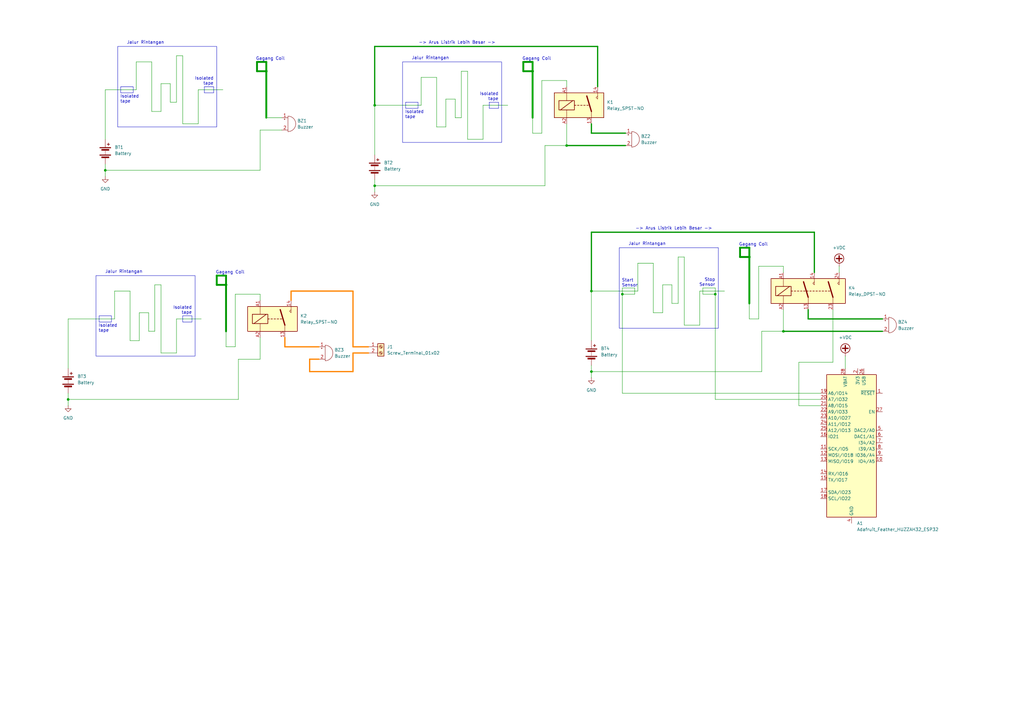
<source format=kicad_sch>
(kicad_sch (version 20231120) (generator "eeschema") (generator_version "8.0")
  (paper "A3")
  (lib_symbols
    (symbol "Connector:Screw_Terminal_01x02" (pin_names (offset 1.016) hide)
      (property "Reference" "J" (at 0 2.54 0))
      (property "Value" "Screw_Terminal_01x02" (at 0 -5.08 0))
      (symbol "Screw_Terminal_01x02_1_1"
        (rectangle (start -1.27 1.27) (end 1.27 -3.81) (stroke (width 0.254)) (fill (type background)))
        (circle (center 0 -2.54) (radius 0.635) (stroke (width 0.1524)))
        (polyline (pts (xy -0.5334 -2.2098) (xy 0.3302 -3.048)) (stroke (width 0.1524)))
        (polyline (pts (xy -0.5334 0.3302) (xy 0.3302 -0.508)) (stroke (width 0.1524)))
        (polyline (pts (xy -0.3556 -2.032) (xy 0.508 -2.8702)) (stroke (width 0.1524)))
        (polyline (pts (xy -0.3556 0.508) (xy 0.508 -0.3302)) (stroke (width 0.1524)))
        (circle (center 0 0) (radius 0.635) (stroke (width 0.1524)))
        (pin passive line (at -5.08 0 0) (length 3.81) (name "Pin_1") (number "1"))
        (pin passive line (at -5.08 -2.54 0) (length 3.81) (name "Pin_2") (number "2"))
      )
    )
    (symbol "Device:Battery" (pin_numbers hide) (pin_names (offset 0) hide)
      (property "Reference" "BT" (at 2.54 2.54 0))
      (property "Value" "Battery" (at 2.54 0 0))
      (symbol "Battery_0_1"
        (rectangle (start -2.286 -1.27) (end 2.286 -1.524) (fill (type outline)))
        (rectangle (start -2.286 1.778) (end 2.286 1.524) (fill (type outline)))
        (rectangle (start -1.524 -2.032) (end 1.524 -2.54) (fill (type outline)))
        (rectangle (start -1.524 1.016) (end 1.524 0.508) (fill (type outline)))
        (polyline (pts (xy 0 -1.016) (xy 0 -0.762)))
        (polyline (pts (xy 0 -0.508) (xy 0 -0.254)))
        (polyline (pts (xy 0 0) (xy 0 0.254)))
        (polyline (pts (xy 0 1.778) (xy 0 2.54)))
        (polyline (pts (xy 0.762 3.048) (xy 1.778 3.048)) (stroke (width 0.254)))
        (polyline (pts (xy 1.27 3.556) (xy 1.27 2.54)) (stroke (width 0.254)))
      )
      (symbol "Battery_1_1"
        (pin passive line (at 0 5.08 270) (length 2.54) (name "+") (number "1"))
        (pin passive line (at 0 -5.08 90) (length 2.54) (name "-") (number "2"))
      )
    )
    (symbol "Device:Buzzer" (pin_names (offset 0.0254) hide)
      (property "Reference" "BZ" (at 3.81 1.27 0))
      (property "Value" "Buzzer" (at 3.81 -1.27 0))
      (symbol "Buzzer_0_1"
        (arc (start 0 -3.175) (mid 3.1612 0) (end 0 3.175))
        (polyline (pts (xy -1.651 1.905) (xy -1.143 1.905)))
        (polyline (pts (xy -1.397 2.159) (xy -1.397 1.651)))
        (polyline (pts (xy 0 3.175) (xy 0 -3.175)))
      )
      (symbol "Buzzer_1_1"
        (pin passive line (at -2.54 2.54 0) (length 2.54) (name "+") (number "1"))
        (pin passive line (at -2.54 -2.54 0) (length 2.54) (name "-") (number "2"))
      )
    )
    (symbol "MCU_Module:Adafruit_Feather_HUZZAH32_ESP32"
      (property "Reference" "A" (at -10.16 29.21 0))
      (property "Value" "Adafruit_Feather_HUZZAH32_ESP32" (at 2.54 -31.75 0))
      (symbol "Adafruit_Feather_HUZZAH32_ESP32_0_1"
        (rectangle (start -10.16 27.94) (end 10.16 -30.48) (stroke (width 0.254)) (fill (type background)))
      )
      (symbol "Adafruit_Feather_HUZZAH32_ESP32_1_1"
        (pin input line (at 12.7 20.32 180) (length 2.54) (name "~{RESET}") (number "1"))
        (pin bidirectional line (at 12.7 -7.62 180) (length 2.54) (name "IO4/A5") (number "10"))
        (pin bidirectional line (at -12.7 -2.54 0) (length 2.54) (name "SCK/IO5") (number "11"))
        (pin bidirectional line (at -12.7 -5.08 0) (length 2.54) (name "MOSI/IO18") (number "12"))
        (pin bidirectional line (at -12.7 -7.62 0) (length 2.54) (name "MISO/IO19") (number "13"))
        (pin bidirectional line (at -12.7 -12.7 0) (length 2.54) (name "RX/IO16") (number "14"))
        (pin bidirectional line (at -12.7 -15.24 0) (length 2.54) (name "TX/IO17") (number "15"))
        (pin bidirectional line (at -12.7 2.54 0) (length 2.54) (name "IO21") (number "16"))
        (pin bidirectional line (at -12.7 -20.32 0) (length 2.54) (name "SDA/IO23") (number "17"))
        (pin bidirectional line (at -12.7 -22.86 0) (length 2.54) (name "SCL/IO22") (number "18"))
        (pin bidirectional line (at -12.7 20.32 0) (length 2.54) (name "A6/IO14") (number "19"))
        (pin power_in line (at 2.54 30.48 270) (length 2.54) (name "3V3") (number "2"))
        (pin bidirectional line (at -12.7 17.78 0) (length 2.54) (name "A7/IO32") (number "20"))
        (pin bidirectional line (at -12.7 15.24 0) (length 2.54) (name "A8/IO15") (number "21"))
        (pin bidirectional line (at -12.7 12.7 0) (length 2.54) (name "A9/IO33") (number "22"))
        (pin bidirectional line (at -12.7 10.16 0) (length 2.54) (name "A10/IO27") (number "23"))
        (pin bidirectional line (at -12.7 7.62 0) (length 2.54) (name "A11/IO12") (number "24"))
        (pin bidirectional line (at -12.7 5.08 0) (length 2.54) (name "A12/IO13") (number "25"))
        (pin power_in line (at 5.08 30.48 270) (length 2.54) (name "USB") (number "26"))
        (pin input line (at 12.7 12.7 180) (length 2.54) (name "EN") (number "27"))
        (pin power_in line (at -2.54 30.48 270) (length 2.54) (name "VBAT") (number "28"))
        (pin no_connect line (at 10.16 10.16 180) (length 2.54) hide (name "NC") (number "3"))
        (pin power_in line (at 0 -33.02 90) (length 2.54) (name "GND") (number "4"))
        (pin bidirectional line (at 12.7 5.08 180) (length 2.54) (name "DAC2/A0") (number "5"))
        (pin bidirectional line (at 12.7 2.54 180) (length 2.54) (name "DAC1/A1") (number "6"))
        (pin bidirectional line (at 12.7 0 180) (length 2.54) (name "I34/A2") (number "7"))
        (pin bidirectional line (at 12.7 -2.54 180) (length 2.54) (name "I39/A3") (number "8"))
        (pin bidirectional line (at 12.7 -5.08 180) (length 2.54) (name "IO36/A4") (number "9"))
      )
    )
    (symbol "Relay:Relay_DPST-NO"
      (property "Reference" "K" (at 16.51 3.81 0))
      (property "Value" "Relay_DPST-NO" (at 16.51 1.27 0))
      (symbol "Relay_DPST-NO_0_1"
        (rectangle (start -15.24 5.08) (end 15.24 -5.08) (stroke (width 0.254)) (fill (type background)))
        (rectangle (start -13.335 1.905) (end -6.985 -1.905) (stroke (width 0.254)))
        (polyline (pts (xy -12.7 -1.905) (xy -7.62 1.905)) (stroke (width 0.254)))
        (polyline (pts (xy -10.16 -5.08) (xy -10.16 -1.905)))
        (polyline (pts (xy -10.16 5.08) (xy -10.16 1.905)))
        (polyline (pts (xy -6.985 0) (xy -6.35 0)) (stroke (width 0.254)))
        (polyline (pts (xy -5.715 0) (xy -5.08 0)) (stroke (width 0.254)))
        (polyline (pts (xy -4.445 0) (xy -3.81 0)) (stroke (width 0.254)))
        (polyline (pts (xy -3.175 0) (xy -2.54 0)) (stroke (width 0.254)))
        (polyline (pts (xy -1.905 0) (xy -1.27 0)) (stroke (width 0.254)))
        (polyline (pts (xy -0.635 0) (xy 0 0)) (stroke (width 0.254)))
        (polyline (pts (xy 0 -2.54) (xy -1.905 3.81)) (stroke (width 0.508)))
        (polyline (pts (xy 0 -2.54) (xy 0 -5.08)))
        (polyline (pts (xy 0.635 0) (xy 1.27 0)) (stroke (width 0.254)))
        (polyline (pts (xy 1.905 0) (xy 2.54 0)) (stroke (width 0.254)))
        (polyline (pts (xy 3.175 0) (xy 3.81 0)) (stroke (width 0.254)))
        (polyline (pts (xy 4.445 0) (xy 5.08 0)) (stroke (width 0.254)))
        (polyline (pts (xy 5.715 0) (xy 6.35 0)) (stroke (width 0.254)))
        (polyline (pts (xy 6.985 0) (xy 7.62 0)) (stroke (width 0.254)))
        (polyline (pts (xy 8.255 0) (xy 8.89 0)) (stroke (width 0.254)))
        (polyline (pts (xy 10.16 -2.54) (xy 8.255 3.81)) (stroke (width 0.508)))
        (polyline (pts (xy 10.16 -2.54) (xy 10.16 -5.08)))
        (polyline (pts (xy 2.54 5.08) (xy 2.54 2.54) (xy 1.905 3.175) (xy 2.54 3.81)))
        (polyline (pts (xy 12.7 5.08) (xy 12.7 2.54) (xy 12.065 3.175) (xy 12.7 3.81)))
      )
      (symbol "Relay_DPST-NO_1_1"
        (pin passive line (at 0 -7.62 90) (length 2.54) (name "~") (number "13"))
        (pin passive line (at 2.54 7.62 270) (length 2.54) (name "~") (number "14"))
        (pin passive line (at 10.16 -7.62 90) (length 2.54) (name "~") (number "23"))
        (pin passive line (at 12.7 7.62 270) (length 2.54) (name "~") (number "24"))
        (pin passive line (at -10.16 7.62 270) (length 2.54) (name "~") (number "A1"))
        (pin passive line (at -10.16 -7.62 90) (length 2.54) (name "~") (number "A2"))
      )
    )
    (symbol "Relay:Relay_SPST-NO"
      (property "Reference" "K" (at 11.43 3.81 0))
      (property "Value" "Relay_SPST-NO" (at 11.43 1.27 0))
      (symbol "Relay_SPST-NO_0_0"
        (polyline (pts (xy 7.62 5.08) (xy 7.62 2.54) (xy 6.985 3.175) (xy 7.62 3.81)))
      )
      (symbol "Relay_SPST-NO_0_1"
        (rectangle (start -10.16 5.08) (end 10.16 -5.08) (stroke (width 0.254)) (fill (type background)))
        (rectangle (start -8.255 1.905) (end -1.905 -1.905) (stroke (width 0.254)))
        (polyline (pts (xy -7.62 -1.905) (xy -2.54 1.905)) (stroke (width 0.254)))
        (polyline (pts (xy -5.08 -5.08) (xy -5.08 -1.905)))
        (polyline (pts (xy -5.08 5.08) (xy -5.08 1.905)))
        (polyline (pts (xy -1.905 0) (xy -1.27 0)) (stroke (width 0.254)))
        (polyline (pts (xy -0.635 0) (xy 0 0)) (stroke (width 0.254)))
        (polyline (pts (xy 0.635 0) (xy 1.27 0)) (stroke (width 0.254)))
        (polyline (pts (xy 1.905 0) (xy 2.54 0)) (stroke (width 0.254)))
        (polyline (pts (xy 3.175 0) (xy 3.81 0)) (stroke (width 0.254)))
        (polyline (pts (xy 5.08 -2.54) (xy 3.175 3.81)) (stroke (width 0.508)))
        (polyline (pts (xy 5.08 -2.54) (xy 5.08 -5.08)))
      )
      (symbol "Relay_SPST-NO_1_1"
        (pin passive line (at 5.08 -7.62 90) (length 2.54) (name "~") (number "13"))
        (pin passive line (at 7.62 7.62 270) (length 2.54) (name "~") (number "14"))
        (pin passive line (at -5.08 7.62 270) (length 2.54) (name "~") (number "A1"))
        (pin passive line (at -5.08 -7.62 90) (length 2.54) (name "~") (number "A2"))
      )
    )
    (symbol "power:+VDC" (power) (pin_numbers hide) (pin_names (offset 0) hide)
      (property "Value" "+VDC" (at 0 6.35 0))
      (symbol "+VDC_0_1"
        (polyline (pts (xy -1.143 3.175) (xy 1.143 3.175)) (stroke (width 0.508)))
        (polyline (pts (xy 0 0) (xy 0 1.27)))
        (polyline (pts (xy 0 2.032) (xy 0 4.318)) (stroke (width 0.508)))
        (circle (center 0 3.175) (radius 1.905) (stroke (width 0.254)))
      )
      (symbol "+VDC_1_1"
        (pin power_in line (at 0 0 90) (length 0) (name "~") (number "1"))
      )
    )
    (symbol "power:GND" (power) (pin_numbers hide) (pin_names (offset 0) hide)
      (property "Value" "GND" (at 0 -3.81 0))
      (symbol "GND_0_1"
        (polyline (pts (xy 0 0) (xy 0 -1.27) (xy 1.27 -1.27) (xy 0 -2.54) (xy -1.27 -1.27) (xy 0 -1.27)))
      )
      (symbol "GND_1_1"
        (pin power_in line (at 0 0 270) (length 0) (name "~") (number "1"))
      )
    )
  )
  (junction (at 307.34 105.41))
  (junction (at 153.67 76.2))
  (junction (at 218.44 29.21))
  (junction (at 293.37 120.65))
  (junction (at 27.94 163.83))
  (junction (at 321.31 135.89))
  (junction (at 242.57 119.38))
  (junction (at 242.57 152.4))
  (junction (at 232.41 59.69))
  (junction (at 43.18 69.85))
  (junction (at 255.27 120.65))
  (junction (at 109.22 29.21))
  (junction (at 92.71 116.84))
  (junction (at 153.67 43.18))
  (wire (pts (xy 116.84 142.24) (xy 130.81 142.24)) (stroke (width 0.508) (color 255 132 0 1)))
  (wire (pts (xy 74.93 22.86) (xy 74.93 50.8)))
  (wire (pts (xy 242.57 119.38) (xy 261.62 119.38)))
  (wire (pts (xy 218.44 25.4) (xy 214.63 25.4)) (stroke (width 0.762)))
  (wire (pts (xy 62.23 25.4) (xy 62.23 45.72)))
  (wire (pts (xy 69.85 34.29) (xy 69.85 41.91)))
  (wire (pts (xy 106.68 147.32) (xy 97.79 147.32)))
  (wire (pts (xy 331.47 127) (xy 331.47 130.81)) (stroke (width 0.508)))
  (wire (pts (xy 189.23 48.26) (xy 189.23 29.21)))
  (wire (pts (xy 321.31 111.76) (xy 321.31 109.22)))
  (wire (pts (xy 189.23 29.21) (xy 191.77 29.21)))
  (wire (pts (xy 153.67 63.5) (xy 153.67 43.18)))
  (wire (pts (xy 242.57 152.4) (xy 242.57 154.94)))
  (wire (pts (xy 60.96 135.89) (xy 63.5 135.89)))
  (wire (pts (xy 312.42 135.89) (xy 312.42 152.4)))
  (wire (pts (xy 115.57 53.34) (xy 106.68 53.34)))
  (wire (pts (xy 214.63 25.4) (xy 214.63 29.21)) (stroke (width 0.762)))
  (wire (pts (xy 260.35 120.65) (xy 255.27 120.65)))
  (wire (pts (xy 92.71 135.89) (xy 92.71 142.24)))
  (wire (pts (xy 311.15 109.22) (xy 311.15 130.81)))
  (wire (pts (xy 341.63 148.59) (xy 327.66 148.59)))
  (wire (pts (xy 97.79 147.32) (xy 97.79 163.83)))
  (wire (pts (xy 53.34 139.7) (xy 57.15 139.7)))
  (wire (pts (xy 27.94 161.29) (xy 27.94 163.83)))
  (wire (pts (xy 303.53 101.6) (xy 303.53 105.41)) (stroke (width 0.762)))
  (wire (pts (xy 293.37 118.11) (xy 288.29 118.11)))
  (wire (pts (xy 66.04 144.78) (xy 72.39 144.78)))
  (wire (pts (xy 43.18 67.31) (xy 43.18 69.85)))
  (wire (pts (xy 62.23 45.72) (xy 66.04 45.72)))
  (wire (pts (xy 53.34 119.38) (xy 53.34 139.7)))
  (wire (pts (xy 88.9 113.03) (xy 88.9 116.84)) (stroke (width 0.762)))
  (wire (pts (xy 256.54 59.69) (xy 232.41 59.69)) (stroke (width 0.508)))
  (wire (pts (xy 72.39 130.81) (xy 82.55 130.81)))
  (wire (pts (xy 321.31 127) (xy 321.31 135.89)))
  (wire (pts (xy 242.57 139.7) (xy 242.57 119.38)))
  (wire (pts (xy 255.27 120.65) (xy 255.27 118.11)))
  (wire (pts (xy 288.29 120.65) (xy 293.37 120.65)))
  (wire (pts (xy 43.18 69.85) (xy 43.18 72.39)))
  (wire (pts (xy 255.27 161.29) (xy 336.55 161.29)))
  (wire (pts (xy 280.67 105.41) (xy 280.67 133.35)))
  (wire (pts (xy 182.88 40.64) (xy 186.69 40.64)))
  (wire (pts (xy 293.37 120.65) (xy 293.37 118.11)))
  (wire (pts (xy 27.94 151.13) (xy 27.94 130.81)))
  (wire (pts (xy 92.71 113.03) (xy 88.9 113.03)) (stroke (width 0.762)))
  (wire (pts (xy 60.96 128.27) (xy 60.96 135.89)))
  (wire (pts (xy 191.77 29.21) (xy 191.77 57.15)))
  (wire (pts (xy 179.07 52.07) (xy 182.88 52.07)))
  (wire (pts (xy 261.62 107.95) (xy 267.97 107.95)))
  (wire (pts (xy 261.62 119.38) (xy 261.62 107.95)))
  (wire (pts (xy 280.67 133.35) (xy 287.02 133.35)))
  (wire (pts (xy 72.39 41.91) (xy 72.39 22.86)))
  (wire (pts (xy 191.77 57.15) (xy 198.12 57.15)))
  (wire (pts (xy 232.41 33.02) (xy 222.25 33.02)))
  (wire (pts (xy 46.99 119.38) (xy 53.34 119.38)))
  (wire (pts (xy 115.57 48.26) (xy 109.22 48.26)))
  (wire (pts (xy 223.52 76.2) (xy 153.67 76.2)))
  (wire (pts (xy 116.84 138.43) (xy 116.84 142.24)) (stroke (width 0.508) (color 255 132 0 1)))
  (wire (pts (xy 119.38 119.38) (xy 119.38 123.19)) (stroke (width 0.508) (color 255 132 0 1)))
  (wire (pts (xy 307.34 105.41) (xy 307.34 101.6)) (stroke (width 0.762)))
  (wire (pts (xy 43.18 36.83) (xy 55.88 36.83)))
  (wire (pts (xy 242.57 95.25) (xy 334.01 95.25)) (stroke (width 0.508)))
  (wire (pts (xy 72.39 22.86) (xy 74.93 22.86)))
  (wire (pts (xy 232.41 59.69) (xy 223.52 59.69)))
  (wire (pts (xy 232.41 35.56) (xy 232.41 33.02)))
  (wire (pts (xy 63.5 116.84) (xy 66.04 116.84)))
  (wire (pts (xy 311.15 130.81) (xy 307.34 130.81)))
  (wire (pts (xy 179.07 31.75) (xy 179.07 52.07)))
  (wire (pts (xy 106.68 69.85) (xy 43.18 69.85)))
  (wire (pts (xy 218.44 29.21) (xy 218.44 25.4)) (stroke (width 0.762)))
  (wire (pts (xy 119.38 119.38) (xy 144.78 119.38)) (stroke (width 0.508) (color 255 132 0 1)))
  (wire (pts (xy 97.79 163.83) (xy 27.94 163.83)))
  (wire (pts (xy 186.69 40.64) (xy 186.69 48.26)))
  (wire (pts (xy 109.22 48.26) (xy 109.22 29.21)) (stroke (width 0.762)))
  (wire (pts (xy 222.25 33.02) (xy 222.25 54.61)))
  (wire (pts (xy 109.22 25.4) (xy 105.41 25.4)) (stroke (width 0.762)))
  (wire (pts (xy 288.29 118.11) (xy 288.29 120.65)))
  (wire (pts (xy 105.41 25.4) (xy 105.41 29.21)) (stroke (width 0.762)))
  (wire (pts (xy 66.04 45.72) (xy 66.04 34.29)))
  (wire (pts (xy 287.02 119.38) (xy 297.18 119.38)))
  (wire (pts (xy 218.44 48.26) (xy 218.44 29.21)) (stroke (width 0.762)))
  (wire (pts (xy 69.85 41.91) (xy 72.39 41.91)))
  (wire (pts (xy 66.04 116.84) (xy 66.04 144.78)))
  (wire (pts (xy 153.67 19.05) (xy 245.11 19.05)) (stroke (width 0.508)))
  (wire (pts (xy 96.52 142.24) (xy 92.71 142.24)))
  (wire (pts (xy 303.53 105.41) (xy 307.34 105.41)) (stroke (width 0.762)))
  (wire (pts (xy 55.88 36.83) (xy 55.88 25.4)))
  (wire (pts (xy 109.22 29.21) (xy 109.22 25.4)) (stroke (width 0.762)))
  (wire (pts (xy 106.68 120.65) (xy 96.52 120.65)))
  (wire (pts (xy 153.67 43.18) (xy 153.67 19.05)) (stroke (width 0.508)))
  (wire (pts (xy 88.9 116.84) (xy 92.71 116.84)) (stroke (width 0.762)))
  (wire (pts (xy 344.17 109.22) (xy 344.17 111.76)))
  (wire (pts (xy 287.02 133.35) (xy 287.02 119.38)))
  (wire (pts (xy 153.67 73.66) (xy 153.67 76.2)))
  (wire (pts (xy 72.39 144.78) (xy 72.39 130.81)))
  (wire (pts (xy 275.59 116.84) (xy 275.59 124.46)))
  (wire (pts (xy 27.94 130.81) (xy 46.99 130.81)))
  (wire (pts (xy 255.27 120.65) (xy 255.27 161.29)))
  (wire (pts (xy 242.57 54.61) (xy 256.54 54.61)) (stroke (width 0.508)))
  (wire (pts (xy 271.78 116.84) (xy 275.59 116.84)))
  (wire (pts (xy 327.66 148.59) (xy 327.66 166.37)))
  (wire (pts (xy 223.52 59.69) (xy 223.52 76.2)))
  (wire (pts (xy 66.04 34.29) (xy 69.85 34.29)))
  (wire (pts (xy 57.15 128.27) (xy 60.96 128.27)))
  (wire (pts (xy 271.78 128.27) (xy 271.78 116.84)))
  (wire (pts (xy 106.68 53.34) (xy 106.68 69.85)))
  (wire (pts (xy 127 147.32) (xy 130.81 147.32)) (stroke (width 0.508) (color 255 132 0 1)))
  (wire (pts (xy 242.57 50.8) (xy 242.57 54.61)) (stroke (width 0.508)))
  (wire (pts (xy 63.5 135.89) (xy 63.5 116.84)))
  (wire (pts (xy 55.88 25.4) (xy 62.23 25.4)))
  (wire (pts (xy 293.37 163.83) (xy 336.55 163.83)))
  (wire (pts (xy 74.93 50.8) (xy 81.28 50.8)))
  (wire (pts (xy 105.41 29.21) (xy 109.22 29.21)) (stroke (width 0.762)))
  (wire (pts (xy 260.35 118.11) (xy 260.35 120.65)))
  (wire (pts (xy 92.71 135.89) (xy 92.71 116.84)) (stroke (width 0.762)))
  (wire (pts (xy 361.95 135.89) (xy 321.31 135.89)) (stroke (width 0.508)))
  (wire (pts (xy 151.13 144.78) (xy 144.78 144.78)) (stroke (width 0.508) (color 255 132 0 1)))
  (wire (pts (xy 43.18 57.15) (xy 43.18 36.83)))
  (wire (pts (xy 293.37 120.65) (xy 293.37 163.83)))
  (wire (pts (xy 245.11 19.05) (xy 245.11 35.56)) (stroke (width 0.508)))
  (wire (pts (xy 334.01 95.25) (xy 334.01 111.76)) (stroke (width 0.508)))
  (wire (pts (xy 242.57 149.86) (xy 242.57 152.4)))
  (wire (pts (xy 144.78 142.24) (xy 151.13 142.24)) (stroke (width 0.508) (color 255 132 0 1)))
  (wire (pts (xy 172.72 31.75) (xy 179.07 31.75)))
  (wire (pts (xy 127 152.4) (xy 127 147.32)) (stroke (width 0.508) (color 255 132 0 1)))
  (wire (pts (xy 307.34 124.46) (xy 307.34 105.41)) (stroke (width 0.762)))
  (wire (pts (xy 331.47 130.81) (xy 361.95 130.81)) (stroke (width 0.508)))
  (wire (pts (xy 144.78 144.78) (xy 144.78 152.4)) (stroke (width 0.508) (color 255 132 0 1)))
  (wire (pts (xy 222.25 54.61) (xy 218.44 54.61)))
  (wire (pts (xy 278.13 124.46) (xy 278.13 105.41)))
  (wire (pts (xy 92.71 116.84) (xy 92.71 113.03)) (stroke (width 0.762)))
  (wire (pts (xy 106.68 138.43) (xy 106.68 147.32)))
  (wire (pts (xy 321.31 135.89) (xy 312.42 135.89)))
  (wire (pts (xy 96.52 120.65) (xy 96.52 142.24)))
  (wire (pts (xy 182.88 52.07) (xy 182.88 40.64)))
  (wire (pts (xy 267.97 107.95) (xy 267.97 128.27)))
  (wire (pts (xy 255.27 118.11) (xy 260.35 118.11)))
  (wire (pts (xy 153.67 43.18) (xy 172.72 43.18)))
  (wire (pts (xy 341.63 127) (xy 341.63 148.59)))
  (wire (pts (xy 321.31 109.22) (xy 311.15 109.22)))
  (wire (pts (xy 144.78 119.38) (xy 144.78 142.24)) (stroke (width 0.508) (color 255 132 0 1)))
  (wire (pts (xy 267.97 128.27) (xy 271.78 128.27)))
  (wire (pts (xy 27.94 163.83) (xy 27.94 166.37)))
  (wire (pts (xy 172.72 43.18) (xy 172.72 31.75)))
  (wire (pts (xy 214.63 29.21) (xy 218.44 29.21)) (stroke (width 0.762)))
  (wire (pts (xy 312.42 152.4) (xy 242.57 152.4)))
  (wire (pts (xy 242.57 119.38) (xy 242.57 95.25)) (stroke (width 0.508)))
  (wire (pts (xy 81.28 50.8) (xy 81.28 36.83)))
  (wire (pts (xy 275.59 124.46) (xy 278.13 124.46)))
  (wire (pts (xy 57.15 139.7) (xy 57.15 128.27)))
  (wire (pts (xy 81.28 36.83) (xy 91.44 36.83)))
  (wire (pts (xy 198.12 43.18) (xy 208.28 43.18)))
  (wire (pts (xy 307.34 101.6) (xy 303.53 101.6)) (stroke (width 0.762)))
  (wire (pts (xy 153.67 76.2) (xy 153.67 78.74)))
  (wire (pts (xy 327.66 166.37) (xy 336.55 166.37)))
  (wire (pts (xy 307.34 124.46) (xy 307.34 130.81)))
  (wire (pts (xy 232.41 50.8) (xy 232.41 59.69)))
  (wire (pts (xy 278.13 105.41) (xy 280.67 105.41)))
  (wire (pts (xy 218.44 48.26) (xy 218.44 54.61)))
  (wire (pts (xy 186.69 48.26) (xy 189.23 48.26)))
  (wire (pts (xy 46.99 130.81) (xy 46.99 119.38)))
  (wire (pts (xy 198.12 57.15) (xy 198.12 43.18)))
  (wire (pts (xy 106.68 123.19) (xy 106.68 120.65)))
  (wire (pts (xy 144.78 152.4) (xy 127 152.4)) (stroke (width 0.508) (color 255 132 0 1)))
  (wire (pts (xy 346.71 146.05) (xy 346.71 151.13)))
  (rectangle (start 39.37 113.03) (end 80.01 146.05))
  (rectangle (start 254 101.6) (end 294.64 134.62))
  (rectangle (start 48.26 19.05) (end 88.9 52.07))
  (rectangle (start 40.64 129.54) (end 45.72 132.08))
  (rectangle (start 74.93 129.54) (end 78.74 132.08))
  (rectangle (start 165.1 25.4) (end 205.74 58.42))
  (rectangle (start 83.82 35.56) (end 87.63 38.1))
  (rectangle (start 166.37 41.91) (end 171.45 44.45))
  (rectangle (start 49.53 35.56) (end 54.61 38.1))
  (rectangle (start 200.66 41.91) (end 204.47 44.45))
  (text "Stop\nSensor" (at 293.37 115.824 0) (effects (font (size 1.27 1.27)) (justify right)))
  (text "Gagang Coil\n" (at 314.96 100.33 0) (effects (font (size 1.27 1.27)) (justify right)))
  (text "Isolated\ntape" (at 166.116 46.99 0) (effects (font (size 1.27 1.27)) (justify left)))
  (text "Jalur Rintangan\n" (at 59.69 17.526 0) (effects (font (size 1.27 1.27))))
  (text "Jalur Rintangan\n" (at 50.8 111.506 0) (effects (font (size 1.27 1.27))))
  (text "Isolated\ntape" (at 49.276 40.64 0) (effects (font (size 1.27 1.27)) (justify left)))
  (text "Isolated\ntape" (at 87.63 33.274 0) (effects (font (size 1.27 1.27)) (justify right)))
  (text "-> Arus Listrik Lebih Besar ->" (at 276.352 93.726 0) (effects (font (size 1.27 1.27))))
  (text "Gagang Coil\n" (at 100.33 111.76 0) (effects (font (size 1.27 1.27)) (justify right)))
  (text "Gagang Coil\n" (at 116.84 24.13 0) (effects (font (size 1.27 1.27)) (justify right)))
  (text "Jalur Rintangan\n" (at 265.43 100.076 0) (effects (font (size 1.27 1.27))))
  (text "Isolated\ntape" (at 78.74 127.254 0) (effects (font (size 1.27 1.27)) (justify right)))
  (text "-> Arus Listrik Lebih Besar ->" (at 187.452 17.526 0) (effects (font (size 1.27 1.27))))
  (text "Gagang Coil\n" (at 226.06 24.13 0) (effects (font (size 1.27 1.27)) (justify right)))
  (text "Isolated\ntape" (at 204.47 39.624 0) (effects (font (size 1.27 1.27)) (justify right)))
  (text "Isolated\ntape" (at 40.386 134.62 0) (effects (font (size 1.27 1.27)) (justify left)))
  (text "Jalur Rintangan\n" (at 176.53 23.876 0) (effects (font (size 1.27 1.27))))
  (text "Start\nSensor\n" (at 255.016 116.078 0) (effects (font (size 1.27 1.27)) (justify left)))
  (symbol (lib_id "Connector:Screw_Terminal_01x02") (at 156.21 142.24 0) (unit 1)
    (property "Reference" "J1" (at 158.75 142.2399 0) (effects (justify left)))
    (property "Value" "Screw_Terminal_01x02" (at 158.75 144.7799 0) (effects (justify left)))
    (property "Description" "Generic screw terminal, single row, 01x02, script generated (kicad-library-utils/schlib/autogen/connector/)" (effects (hide yes)))
  )
  (symbol (lib_id "Device:Battery") (at 27.94 156.21 0) (unit 1)
    (property "Reference" "BT3" (at 31.75 154.3684 0) (effects (justify left)))
    (property "Value" "Battery" (at 31.75 156.9084 0) (effects (justify left)))
    (property "Description" "Multiple-cell battery" (effects (hide yes)))
  )
  (symbol (lib_id "power:+VDC") (at 344.17 109.22 0) (unit 1)
    (property "Reference" "#PWR06" (effects (hide yes)))
    (property "Value" "+VDC" (at 344.17 101.6 0))
    (property "Description" "Power symbol creates a global label with name \"+VDC\"" (effects (hide yes)))
  )
  (symbol (lib_id "Relay:Relay_SPST-NO") (at 111.76 130.81 0) (unit 1)
    (property "Reference" "K2" (at 123.19 129.5399 0) (effects (justify left)))
    (property "Value" "Relay_SPST-NO" (at 123.19 132.0799 0) (effects (justify left)))
    (property "Description" "Relay SPST, Normally Open, EN50005" (effects (hide yes)))
  )
  (symbol (lib_id "Device:Battery") (at 153.67 68.58 0) (unit 1)
    (property "Reference" "BT2" (at 157.48 66.7384 0) (effects (justify left)))
    (property "Value" "Battery" (at 157.48 69.2784 0) (effects (justify left)))
    (property "Description" "Multiple-cell battery" (effects (hide yes)))
  )
  (symbol (lib_id "Relay:Relay_SPST-NO") (at 237.49 43.18 0) (unit 1)
    (property "Reference" "K1" (at 248.92 41.9099 0) (effects (justify left)))
    (property "Value" "Relay_SPST-NO" (at 248.92 44.4499 0) (effects (justify left)))
    (property "Description" "Relay SPST, Normally Open, EN50005" (effects (hide yes)))
  )
  (symbol (lib_id "power:GND") (at 242.57 154.94 0) (unit 1)
    (property "Reference" "#PWR04" (effects (hide yes)))
    (property "Value" "GND" (at 242.57 160.02 0))
    (property "Description" "Power symbol creates a global label with name \"GND\" , ground" (effects (hide yes)))
  )
  (symbol (lib_id "power:GND") (at 27.94 166.37 0) (unit 1)
    (property "Reference" "#PWR03" (effects (hide yes)))
    (property "Value" "GND" (at 27.94 171.45 0))
    (property "Description" "Power symbol creates a global label with name \"GND\" , ground" (effects (hide yes)))
  )
  (symbol (lib_id "Device:Buzzer") (at 133.35 144.78 0) (unit 1)
    (property "Reference" "BZ3" (at 137.16 143.5099 0) (effects (justify left)))
    (property "Value" "Buzzer" (at 137.16 146.0499 0) (effects (justify left)))
    (property "Description" "Buzzer, polarized" (effects (hide yes)))
  )
  (symbol (lib_id "Relay:Relay_DPST-NO") (at 331.47 119.38 0) (unit 1)
    (property "Reference" "K4" (at 347.98 118.1099 0) (effects (justify left)))
    (property "Value" "Relay_DPST-NO" (at 347.98 120.6499 0) (effects (justify left)))
    (property "Description" "Monostable Relay DPST, Normally Open, EN50005" (effects (hide yes)))
  )
  (symbol (lib_id "Device:Buzzer") (at 118.11 50.8 0) (unit 1)
    (property "Reference" "BZ1" (at 121.92 49.5299 0) (effects (justify left)))
    (property "Value" "Buzzer" (at 121.92 52.0699 0) (effects (justify left)))
    (property "Description" "Buzzer, polarized" (effects (hide yes)))
  )
  (symbol (lib_id "MCU_Module:Adafruit_Feather_HUZZAH32_ESP32") (at 349.25 181.61 0) (unit 1)
    (property "Reference" "A1" (at 351.4441 214.63 0) (effects (justify left)))
    (property "Value" "Adafruit_Feather_HUZZAH32_ESP32" (at 351.4441 217.17 0) (effects (justify left)))
    (property "Footprint" "Module:Adafruit_Feather" (effects (hide yes)))
    (property "Datasheet" "https://cdn-learn.adafruit.com/downloads/pdf/adafruit-huzzah32-esp32-feather.pdf" (effects (hide yes)))
    (property "Description" "Microcontroller module with ESP32 MCU" (effects (hide yes)))
  )
  (symbol (lib_id "power:GND") (at 43.18 72.39 0) (unit 1)
    (property "Reference" "#PWR01" (effects (hide yes)))
    (property "Value" "GND" (at 43.18 77.47 0))
    (property "Description" "Power symbol creates a global label with name \"GND\" , ground" (effects (hide yes)))
  )
  (symbol (lib_id "Device:Battery") (at 43.18 62.23 0) (unit 1)
    (property "Reference" "BT1" (at 46.99 60.3884 0) (effects (justify left)))
    (property "Value" "Battery" (at 46.99 62.9284 0) (effects (justify left)))
    (property "Description" "Multiple-cell battery" (effects (hide yes)))
  )
  (symbol (lib_id "Device:Buzzer") (at 364.49 133.35 0) (unit 1)
    (property "Reference" "BZ4" (at 368.3 132.0799 0) (effects (justify left)))
    (property "Value" "Buzzer" (at 368.3 134.6199 0) (effects (justify left)))
    (property "Description" "Buzzer, polarized" (effects (hide yes)))
  )
  (symbol (lib_id "Device:Buzzer") (at 259.08 57.15 0) (unit 1)
    (property "Reference" "BZ2" (at 262.89 55.8799 0) (effects (justify left)))
    (property "Value" "Buzzer" (at 262.89 58.4199 0) (effects (justify left)))
    (property "Description" "Buzzer, polarized" (effects (hide yes)))
  )
  (symbol (lib_id "power:+VDC") (at 346.71 146.05 0) (unit 1)
    (property "Reference" "#PWR05" (effects (hide yes)))
    (property "Value" "+VDC" (at 346.71 138.43 0))
    (property "Description" "Power symbol creates a global label with name \"+VDC\"" (effects (hide yes)))
  )
  (symbol (lib_id "Device:Battery") (at 242.57 144.78 0) (unit 1)
    (property "Reference" "BT4" (at 246.38 142.9384 0) (effects (justify left)))
    (property "Value" "Battery" (at 246.38 145.4784 0) (effects (justify left)))
    (property "Description" "Multiple-cell battery" (effects (hide yes)))
  )
  (symbol (lib_id "power:GND") (at 153.67 78.74 0) (unit 1)
    (property "Reference" "#PWR02" (effects (hide yes)))
    (property "Value" "GND" (at 153.67 83.82 0))
    (property "Description" "Power symbol creates a global label with name \"GND\" , ground" (effects (hide yes)))
  )
)
</source>
